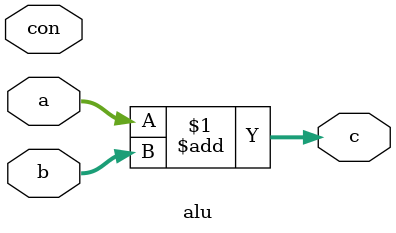
<source format=v>
module alu(a,b,c,con);
	input[31:0]a;
	input[31:0]b;
	input[1:0]con;
	output[31:0]c;

	parameter _add=2'b11;
	parameter _sub=2'b10;
	parameter _and=2'b00;
	// parameter _or=2'b01;

	reg[31:0]d;
	assign c=a+b;
	
	// if(con==_add)
	// 	d<=(a+b);
	// else if(con==_sub)
	// 	d<=(a-b);
	// else if(con==_and)
	// 	d<=(a&b);
endmodule


</source>
